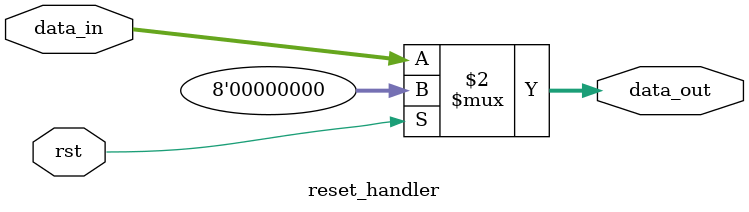
<source format=sv>
module mux_async_rst #(parameter WIDTH=8)(
    input wire rst,
    input wire sel,
    input wire [WIDTH-1:0] data_a, data_b,
    output wire [WIDTH-1:0] data_out
);
    // 内部连线
    wire [WIDTH-1:0] mux_out;
    
    // 子模块实例化
    mux_selector #(
        .WIDTH(WIDTH)
    ) u_mux_selector (
        .sel(sel),
        .data_a(data_a),
        .data_b(data_b),
        .mux_out(mux_out)
    );
    
    reset_handler #(
        .WIDTH(WIDTH)
    ) u_reset_handler (
        .rst(rst),
        .data_in(mux_out),
        .data_out(data_out)
    );
    
endmodule

// 数据选择子模块 - 使用补码加法实现减法操作
module mux_selector #(parameter WIDTH=8)(
    input wire sel,
    input wire [WIDTH-1:0] data_a, data_b,
    output reg [WIDTH-1:0] mux_out
);
    // 使用补码逻辑实现减法
    wire [WIDTH-1:0] data_b_inverted;
    wire [WIDTH-1:0] subtraction_result;
    
    // 对data_b取反加一实现补码
    assign data_b_inverted = ~data_b + 1'b1;
    
    // 通过加法实现减法: data_a - data_b = data_a + (~data_b + 1)
    assign subtraction_result = data_a + data_b_inverted;
    
    always @(*) begin
        mux_out = sel ? subtraction_result : data_b; // 当sel为1时执行减法操作，否则传递data_b
    end
endmodule

// 复位处理子模块
module reset_handler #(parameter WIDTH=8)(
    input wire rst,
    input wire [WIDTH-1:0] data_in,
    output reg [WIDTH-1:0] data_out
);
    always @(*) begin
        data_out = rst ? {WIDTH{1'b0}} : data_in;
    end
endmodule
</source>
